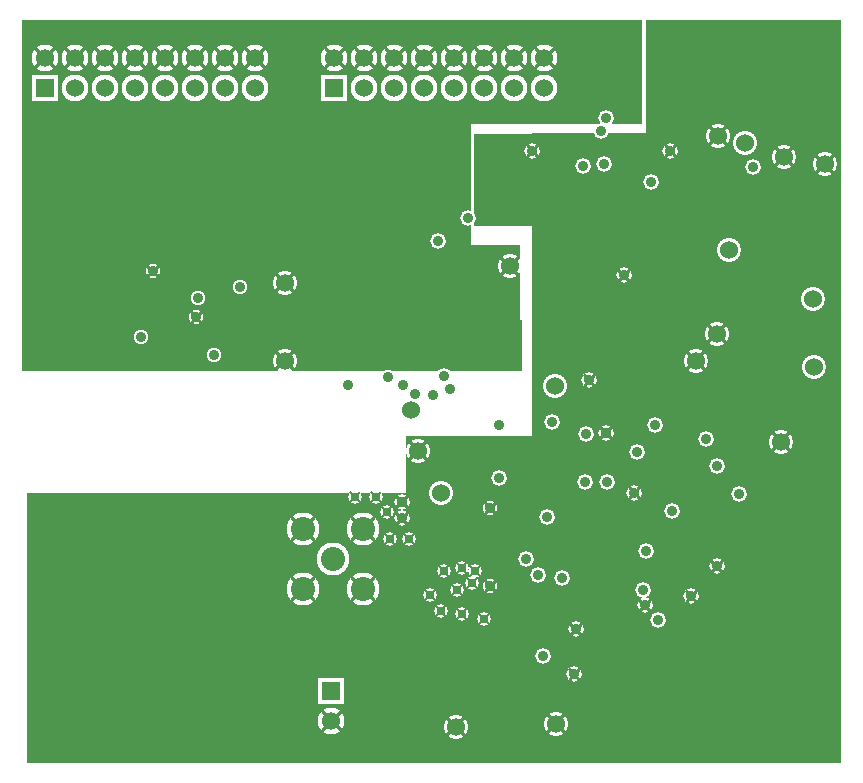
<source format=gbr>
G04 Title: RX Daughterboard, layergroup #3 *
G04 Creator: pcb-bin 1.99q *
G04 CreationDate: Thu Apr 28 23:14:28 2005 UTC *
G04 For: matt *
G04 Format: Gerber/RS-274X *
G04 PCB-Dimensions: 275000 250000 *
G04 PCB-Coordinate-Origin: lower left *
%MOIN*%
%FSLAX24Y24*%
G04 contains layers GND (1) *
%IPPOS*%
%ADD11C,0.0400*%
%ADD12C,0.0080*%
%ADD13C,0.0239*%
%ADD14C,0.0140*%
%ADD15C,0.0300*%
%ADD16C,0.0600*%
%ADD17C,0.0250*%
%ADD18C,0.0450*%
%ADD19C,0.0140*%
%ADD20C,0.0299*%
%ADD21C,0.0100*%
%ADD22C,0.0110*%
%ADD23C,0.0249*%
%ADD24R,0.0240X0.0240*%
%ADD25R,0.0440X0.0440*%
%ADD26R,0.0300X0.0300*%
%ADD27C,0.0060*%
%ADD28C,0.0080*%
%ADD29C,0.0800*%
%ADD30C,0.0860*%
%ADD31C,0.1100X0.0800*%
%ADD32C,0.1100*%
%ADD33C,0.0110*%
%AMTHERM1*7,0,0,0.1100,0.0800,0.0110,45*%
%ADD34THERM1*%
%ADD35R,0.0970X0.0970*%
%ADD36R,0.1170X0.1170*%
%ADD37R,0.1030X0.1030*%
%ADD38C,0.0200*%
%ADD39R,0.0560X0.0560*%
%ADD40R,0.0860X0.0860*%
%ADD41R,0.0620X0.0620*%
%ADD42R,0.1220X0.1220*%
%ADD43R,0.1520X0.1520*%
%ADD44R,0.1280X0.1280*%
%ADD45R,0.0340X0.0340*%
%ADD46R,0.0640X0.0640*%
%ADD47R,0.0400X0.0400*%
%ADD48R,0.0540X0.0540*%
%ADD49R,0.0480X0.0480*%
%ADD50R,0.0680X0.0680*%
%ADD51R,0.0200X0.0200*%
%ADD52R,0.0500X0.0500*%
%ADD53R,0.0600X0.0600*%
%ADD54R,0.0660X0.0660*%
%ADD55R,0.0900X0.0900X0.0600X0.0600*%
%ADD56R,0.0900X0.0900*%
%ADD57C,0.0600*%
%ADD58C,0.0660*%
%AMTHERM2*7,0,0,0.0900,0.0600,0.0100,45*%
%ADD59THERM2*%
%ADD60C,0.0900X0.0600*%
%ADD61C,0.0900*%
%ADD62R,0.0150X0.0150*%
%ADD63R,0.0450X0.0450*%
%ADD64R,0.0210X0.0210*%
%ADD65C,0.0410*%
%ADD66C,0.0170*%
%ADD67R,0.1610X0.1610*%
%ADD68R,0.1910X0.1910*%
%ADD69R,0.1670X0.1670*%
%ADD70C,0.0720*%
%ADD71C,0.0920X0.0720*%
%ADD72C,0.0920*%
%ADD73C,0.0240*%
%ADD74C,0.0340*%
%ADD75C,0.1320*%
%ADD76C,0.1520*%
%ADD77C,0.1520X0.1320*%
%ADD78C,0.0600*%
%ADD79C,0.0125*%
%AMTHERM3*7,0,0,0.0800,0.0600,0.0125,45*%
%ADD80THERM3*%
%ADD81C,0.0800*%
%ADD82C,0.0800X0.0600*%
%ADD83C,0.0350*%
%ADD84C,0.0100*%
%AMTHERM4*7,0,0,0.0510,0.0350,0.0100,45*%
%ADD85THERM4*%
%ADD86C,0.0510*%
%ADD87C,0.0510X0.0350*%
%ADD88C,0.0360*%
%ADD89C,0.0520*%
%ADD90C,0.0520X0.0360*%
%AMTHERM5*7,0,0,0.0799,0.0600,0.0125,45*%
%ADD91THERM5*%
%ADD92C,0.0799*%
%ADD93C,0.0799X0.0600*%
%ADD94C,0.0090*%
%AMTHERM6*7,0,0,0.0520,0.0360,0.0090,45*%
%ADD95THERM6*%
%ADD96C,0.0310*%
%ADD97C,0.0080*%
%AMTHERM7*7,0,0,0.0469,0.0310,0.0080,45*%
%ADD98THERM7*%
%ADD99C,0.0469*%
%ADD100C,0.0469X0.0310*%
%AMTHERM8*7,0,0,0.0510,0.0350,0.0100,45*%
%ADD101THERM8*%
%ADD102C,0.0510*%
%ADD103C,0.0510X0.0350*%
%LNGROUP_2*%
%LPD*%
G01X0Y0D02*
G54D21*G36*
X12950Y21600D02*X15000D01*
Y17300D01*
X12950D01*
Y21600D01*
G37*
G36*
X15100Y21050D02*X18000D01*
Y18000D01*
X15100D01*
Y21050D01*
G37*
G36*
X2550Y24850D02*X50D01*
Y13150D01*
X2550D01*
Y24850D01*
G37*
G36*
X2300Y14650D02*X13950D01*
Y21500D01*
X2300D01*
Y14650D01*
G37*
G36*
X200Y9100D02*X17150D01*
Y100D01*
X200D01*
Y9100D01*
G37*
G36*
X2300Y13150D02*X16700D01*
Y14850D01*
X2300D01*
Y13150D01*
G37*
G36*
X20700Y21400D02*X2350D01*
Y24850D01*
X20700D01*
Y21400D01*
G37*
G36*
X17050Y100D02*X27350D01*
Y21100D01*
X17050D01*
Y100D01*
G37*
G36*
X13850Y14550D02*X16650D01*
Y17350D01*
X13850D01*
Y14550D01*
G37*
G36*
X20850Y20950D02*X27350D01*
Y24850D01*
X20850D01*
Y20950D01*
G37*
G36*
X12850Y11000D02*X17050D01*
Y8950D01*
X12850D01*
Y11000D01*
G37*
%LNCUTS*%
%LPC*%
G54D89*X13900Y17500D03*
X14900Y18250D03*
X17050Y20500D03*
X14900Y18250D03*
G54D56*X800Y22600D03*
G54D61*Y23600D03*
X1800Y22600D03*
Y23600D03*
X2800Y22600D03*
Y23600D03*
G54D86*X4400Y16500D03*
G54D81*X8800Y16100D03*
G54D86*X5850Y14950D03*
X5900Y15600D03*
X7300Y15950D03*
G54D89*X13900Y17500D03*
G54D99*X13650Y5700D03*
X14550Y5850D03*
X14000Y5150D03*
X14700Y5050D03*
X15450Y4900D03*
G54D89*X17400Y3650D03*
G54D81*X14500Y1300D03*
G54D89*X12700Y8800D03*
Y8250D03*
G54D81*X14000Y9100D03*
G54D102*X15650Y6000D03*
Y8600D03*
G54D99*X15050Y6100D03*
X12300Y7550D03*
X11150Y8950D03*
X11850D03*
X12200Y8450D03*
G54D89*X16850Y6900D03*
X17250Y6350D03*
G54D99*X14100Y6500D03*
X14700Y6600D03*
X15150Y6500D03*
X12950Y7550D03*
G54D56*X10350Y2500D03*
G54D61*Y1500D03*
G54D32*X9400Y7900D03*
Y5900D03*
X10400Y6900D03*
X11400Y7900D03*
Y5900D03*
G54D86*X4000Y14300D03*
X5850Y14950D03*
X6450Y13700D03*
G54D81*X8800Y13500D03*
G54D86*X12250Y12950D03*
G54D89*X14100Y13000D03*
X19350Y21150D03*
X19500Y21600D03*
G54D61*X2800Y22600D03*
Y23600D03*
X3800Y22600D03*
Y23600D03*
X4800Y22600D03*
X5800D03*
X6800D03*
X7800D03*
X4800Y23600D03*
X5800D03*
X6800D03*
X7800D03*
G54D56*X10450Y22600D03*
G54D61*Y23600D03*
X11450Y22600D03*
Y23600D03*
X12450Y22600D03*
Y23600D03*
X13450Y22600D03*
Y23600D03*
X14450Y22600D03*
Y23600D03*
X15450Y22600D03*
Y23600D03*
X16450Y22600D03*
Y23600D03*
X17450Y22600D03*
Y23600D03*
G54D89*X20750Y5850D03*
G54D81*X17850Y1400D03*
G54D89*X18450Y3050D03*
X18500Y4550D03*
X17400Y3650D03*
X20800Y5350D03*
X22350Y5650D03*
X21250Y4850D03*
G54D92*X25450Y20300D03*
G54D81*X23250Y21000D03*
X24150Y20750D03*
G54D92*X26450Y13300D03*
X22500Y13500D03*
X25350Y10800D03*
G54D81*X23200Y14400D03*
G54D89*X22850Y10900D03*
X21650Y20500D03*
X19350Y21150D03*
X17050Y20500D03*
X18750Y20000D03*
X20100Y16350D03*
X18850Y11050D03*
X18950Y12850D03*
X21150Y11350D03*
G54D92*X26800Y20050D03*
G54D89*X24400Y19950D03*
X21000Y19450D03*
X19450Y20050D03*
G54D92*X23600Y17200D03*
X26400Y15550D03*
G54D99*X19900Y8100D03*
G54D89*X21700Y8500D03*
X23200Y10000D03*
X20550Y10450D03*
X23950Y9050D03*
X20450Y9100D03*
X23200Y6650D03*
X20850Y7150D03*
G54D99*X19400Y7350D03*
X19350Y7000D03*
X19650Y7150D03*
X19950Y7000D03*
X19900Y7350D03*
X19650Y7550D03*
X19900Y7750D03*
X19600Y7950D03*
G54D81*X17800Y12650D03*
G54D89*X19500Y11100D03*
X19550Y9450D03*
X18800D03*
G54D99*Y8100D03*
X19350Y8150D03*
G54D89*X18050Y6250D03*
G54D99*X18800Y7400D03*
Y7050D03*
X19100Y7200D03*
X18800Y7750D03*
X19100Y7550D03*
Y7950D03*
X19350Y7750D03*
G54D89*X17700Y11450D03*
X17550Y8300D03*
X16850Y6900D03*
X17250Y6350D03*
X13900Y17500D03*
G54D81*X16300Y16650D03*
X23250Y21000D03*
X24150Y20750D03*
G54D89*X12700Y8800D03*
X15950Y9600D03*
G54D81*X14000Y9100D03*
X13250Y10500D03*
%LNTRACKS*%
%LPD*%
G54D11*X18800Y8050D02*Y8350D01*
X18600Y7850D02*X18800Y8050D01*
X18600Y7100D02*Y7850D01*
X18550Y7050D02*X18600Y7100D01*
X19950Y7050D02*X18550D01*
X20100Y6900D02*X19950Y7050D01*
X20100Y8100D02*Y6900D01*
X19900Y8300D02*X20100Y8100D01*
X19400Y8300D02*X19900D01*
X19400Y7550D02*Y8300D01*
X19350Y7550D02*X19400D01*
X19050Y7250D02*X19350Y7550D01*
X19650Y7250D02*X19050D01*
X19650Y7750D02*Y7250D01*
X18850Y7750D02*X19650D01*
X18800Y7800D02*X18850Y7750D01*
X18800Y6900D02*Y7800D01*
X19900Y6900D02*X18800D01*
X19950Y6950D02*X19900Y6900D01*
X19950Y8050D02*Y6950D01*
X20000Y8100D02*X19950Y8050D01*
X18500Y8100D02*X20000D01*
G54D21*X19000Y4650D02*Y5000D01*
G54D29*X10400Y6900D03*
X11400Y7900D03*
G54D33*X11015Y8285D02*X11785Y7515D01*
X11015D02*X11785Y8285D01*
G54D29*X11400Y5900D03*
G54D33*X11015Y6285D02*X11785Y5515D01*
X11015D02*X11785Y6285D01*
G54D29*X9400Y7900D03*
G54D33*X9015Y8285D02*X9785Y7515D01*
X9015D02*X9785Y8285D01*
G54D29*X9400Y5900D03*
G54D33*X9015Y6285D02*X9785Y5515D01*
X9015D02*X9785Y6285D01*
G54D53*X10450Y22600D03*
G54D57*Y23600D03*
G54D21*X10135Y23915D02*X10765Y23285D01*
X10135D02*X10765Y23915D01*
G54D57*X11450Y22600D03*
Y23600D03*
G54D21*X11135Y23915D02*X11765Y23285D01*
X11135D02*X11765Y23915D01*
G54D57*X12450Y22600D03*
Y23600D03*
G54D21*X12135Y23915D02*X12765Y23285D01*
X12135D02*X12765Y23915D01*
G54D57*X13450Y22600D03*
Y23600D03*
G54D21*X13135Y23915D02*X13765Y23285D01*
X13135D02*X13765Y23915D01*
G54D57*X14450Y22600D03*
Y23600D03*
G54D21*X14135Y23915D02*X14765Y23285D01*
X14135D02*X14765Y23915D01*
G54D57*X15450Y22600D03*
Y23600D03*
G54D21*X15135Y23915D02*X15765Y23285D01*
X15135D02*X15765Y23915D01*
G54D57*X16450Y22600D03*
Y23600D03*
G54D21*X16135Y23915D02*X16765Y23285D01*
X16135D02*X16765Y23915D01*
G54D57*X17450Y22600D03*
Y23600D03*
G54D21*X17135Y23915D02*X17765Y23285D01*
X17135D02*X17765Y23915D01*
G54D53*X800Y22600D03*
G54D57*Y23600D03*
G54D21*X485Y23915D02*X1115Y23285D01*
X485D02*X1115Y23915D01*
G54D57*X1800Y22600D03*
Y23600D03*
G54D21*X1485Y23915D02*X2115Y23285D01*
X1485D02*X2115Y23915D01*
G54D57*X2800Y22600D03*
Y23600D03*
G54D21*X2485Y23915D02*X3115Y23285D01*
X2485D02*X3115Y23915D01*
G54D57*X3800Y22600D03*
Y23600D03*
G54D21*X3485Y23915D02*X4115Y23285D01*
X3485D02*X4115Y23915D01*
G54D57*X4800Y22600D03*
Y23600D03*
G54D21*X4485Y23915D02*X5115Y23285D01*
X4485D02*X5115Y23915D01*
G54D57*X5800Y22600D03*
Y23600D03*
G54D21*X5485Y23915D02*X6115Y23285D01*
X5485D02*X6115Y23915D01*
G54D57*X6800Y22600D03*
Y23600D03*
G54D21*X6485Y23915D02*X7115Y23285D01*
X6485D02*X7115Y23915D01*
G54D57*X7800Y22600D03*
Y23600D03*
G54D21*X7485Y23915D02*X8115Y23285D01*
X7485D02*X8115Y23915D01*
G54D53*X10350Y2500D03*
G54D57*Y1500D03*
G54D21*X10035Y1815D02*X10665Y1185D01*
X10035D02*X10665Y1815D01*
G54D78*X16300Y16650D03*
G54D79*X16020Y16929D02*X16579Y16370D01*
X16020D02*X16579Y16929D01*
G54D78*X8800Y13500D03*
G54D79*X8520Y13779D02*X9079Y13220D01*
X8520D02*X9079Y13779D01*
G54D78*X8800Y16100D03*
G54D79*X8520Y16379D02*X9079Y15820D01*
X8520D02*X9079Y16379D01*
G54D83*X5850Y14950D03*
G54D84*X5671Y15128D02*X6028Y14771D01*
X5671D02*X6028Y15128D01*
G54D83*X4400Y16500D03*
G54D84*X4221Y16678D02*X4578Y16321D01*
X4221D02*X4578Y16678D01*
G54D88*X17700Y11450D03*
G54D83*X5900Y15600D03*
X12750Y12700D03*
X7300Y15950D03*
X10900Y12700D03*
X6450Y13700D03*
X13150Y12400D03*
X4000Y14300D03*
G54D78*X13250Y10500D03*
G54D79*X12970Y10779D02*X13529Y10220D01*
X12970D02*X13529Y10779D01*
G54D78*X22500Y13500D03*
G54D79*X22220Y13779D02*X22779Y13220D01*
X22220D02*X22779Y13779D01*
G54D78*X25350Y10800D03*
G54D79*X25070Y11079D02*X25629Y10520D01*
X25070D02*X25629Y11079D01*
G54D78*X23200Y14400D03*
G54D79*X22920Y14679D02*X23479Y14120D01*
X22920D02*X23479Y14679D01*
G54D88*X16850Y6900D03*
X17250Y6350D03*
G54D78*X26800Y20050D03*
G54D79*X26520Y20329D02*X27079Y19770D01*
X26520D02*X27079Y20329D01*
G54D78*X25450Y20300D03*
G54D79*X25170Y20579D02*X25729Y20020D01*
X25170D02*X25729Y20579D01*
G54D78*X23250Y21000D03*
G54D79*X22970Y21279D02*X23529Y20720D01*
X22970D02*X23529Y21279D01*
G54D88*X20800Y5350D03*
G54D94*X20618Y5531D02*X20981Y5168D01*
X20618D02*X20981Y5531D01*
G54D88*X21650Y20500D03*
G54D94*X21468Y20681D02*X21831Y20318D01*
X21468D02*X21831Y20681D01*
G54D88*X24400Y19950D03*
X21000Y19450D03*
G54D78*X17800Y12650D03*
X14000Y9100D03*
X17850Y1400D03*
G54D79*X17570Y1679D02*X18129Y1120D01*
X17570D02*X18129Y1679D01*
G54D78*X14500Y1300D03*
G54D79*X14220Y1579D02*X14779Y1020D01*
X14220D02*X14779Y1579D01*
G54D88*X19350Y21150D03*
X17050Y20500D03*
G54D94*X16868Y20681D02*X17231Y20318D01*
X16868D02*X17231Y20681D01*
G54D88*X19500Y11100D03*
G54D94*X19318Y11281D02*X19681Y10918D01*
X19318D02*X19681Y11281D01*
G54D88*X12700Y8800D03*
G54D94*X12518Y8981D02*X12881Y8618D01*
X12518D02*X12881Y8981D01*
G54D88*X12700Y8250D03*
G54D94*X12518Y8431D02*X12881Y8068D01*
X12518D02*X12881Y8431D01*
G54D88*X19450Y20050D03*
X19500Y21600D03*
G54D78*X13000Y11850D03*
X23600Y17200D03*
G54D96*X19900Y8100D03*
G54D97*X19735Y8264D02*X20064Y7935D01*
X19735D02*X20064Y8264D01*
G54D83*X15650Y6000D03*
G54D84*X15471Y6178D02*X15828Y5821D01*
X15471D02*X15828Y6178D01*
G54D83*X15650Y8600D03*
G54D84*X15471Y8778D02*X15828Y8421D01*
X15471D02*X15828Y8778D01*
G54D88*X22350Y5650D03*
G54D94*X22168Y5831D02*X22531Y5468D01*
X22168D02*X22531Y5831D01*
G54D88*X23200Y6650D03*
G54D94*X23018Y6831D02*X23381Y6468D01*
X23018D02*X23381Y6831D01*
G54D88*X18450Y3050D03*
G54D94*X18268Y3231D02*X18631Y2868D01*
X18268D02*X18631Y3231D01*
G54D88*X18500Y4550D03*
G54D94*X18318Y4731D02*X18681Y4368D01*
X18318D02*X18681Y4731D01*
G54D88*X17550Y8300D03*
X21700Y8500D03*
X18750Y20000D03*
X21250Y4850D03*
X17400Y3650D03*
X18050Y6250D03*
G54D78*X24150Y20750D03*
X26400Y15550D03*
G54D88*X19550Y9450D03*
X18800D03*
G54D78*X26450Y13300D03*
G54D88*X13900Y17500D03*
X14900Y18250D03*
X20850Y7150D03*
G54D83*X12250Y12950D03*
G54D88*X14100Y13000D03*
X13750Y12350D03*
X14300Y12550D03*
X18850Y11050D03*
X21150Y11350D03*
X23200Y10000D03*
X22850Y10900D03*
X20550Y10450D03*
X23950Y9050D03*
X15950Y11350D03*
Y9600D03*
X20100Y16350D03*
G54D94*X19918Y16531D02*X20281Y16168D01*
X19918D02*X20281Y16531D01*
G54D88*X18950Y12850D03*
G54D94*X18768Y13031D02*X19131Y12668D01*
X18768D02*X19131Y13031D01*
G54D88*X20750Y5850D03*
X20450Y9100D03*
G54D94*X20268Y9281D02*X20631Y8918D01*
X20268D02*X20631Y9281D01*
G54D96*X18800Y8100D03*
G54D97*X18635Y8264D02*X18964Y7935D01*
X18635D02*X18964Y8264D01*
G54D96*X18800Y7750D03*
G54D97*X18635Y7914D02*X18964Y7585D01*
X18635D02*X18964Y7914D01*
G54D96*X18800Y7400D03*
G54D97*X18635Y7564D02*X18964Y7235D01*
X18635D02*X18964Y7564D01*
G54D96*X18800Y7050D03*
G54D97*X18635Y7214D02*X18964Y6885D01*
X18635D02*X18964Y7214D01*
G54D96*X19100Y7200D03*
G54D97*X18935Y7364D02*X19264Y7035D01*
X18935D02*X19264Y7364D01*
G54D96*X19100Y7550D03*
G54D97*X18935Y7714D02*X19264Y7385D01*
X18935D02*X19264Y7714D01*
G54D96*X19100Y7950D03*
G54D97*X18935Y8114D02*X19264Y7785D01*
X18935D02*X19264Y8114D01*
G54D96*X19350Y8150D03*
G54D97*X19185Y8314D02*X19514Y7985D01*
X19185D02*X19514Y8314D01*
G54D96*X19350Y7750D03*
G54D97*X19185Y7914D02*X19514Y7585D01*
X19185D02*X19514Y7914D01*
G54D96*X19400Y7350D03*
G54D97*X19235Y7514D02*X19564Y7185D01*
X19235D02*X19564Y7514D01*
G54D96*X19350Y7000D03*
G54D97*X19185Y7164D02*X19514Y6835D01*
X19185D02*X19514Y7164D01*
G54D96*X19650Y7150D03*
G54D97*X19485Y7314D02*X19814Y6985D01*
X19485D02*X19814Y7314D01*
G54D96*X19950Y7000D03*
G54D97*X19785Y7164D02*X20114Y6835D01*
X19785D02*X20114Y7164D01*
G54D96*X19900Y7350D03*
G54D97*X19735Y7514D02*X20064Y7185D01*
X19735D02*X20064Y7514D01*
G54D96*X19650Y7550D03*
G54D97*X19485Y7714D02*X19814Y7385D01*
X19485D02*X19814Y7714D01*
G54D96*X19900Y7750D03*
G54D97*X19735Y7914D02*X20064Y7585D01*
X19735D02*X20064Y7914D01*
G54D96*X19600Y7950D03*
G54D97*X19435Y8114D02*X19764Y7785D01*
X19435D02*X19764Y8114D01*
G54D96*X15050Y6100D03*
G54D97*X14885Y6264D02*X15214Y5935D01*
X14885D02*X15214Y6264D01*
G54D96*X12300Y7550D03*
G54D97*X12135Y7714D02*X12464Y7385D01*
X12135D02*X12464Y7714D01*
G54D96*X11150Y8950D03*
G54D97*X10985Y9114D02*X11314Y8785D01*
X10985D02*X11314Y9114D01*
G54D96*X11850Y8950D03*
G54D97*X11685Y9114D02*X12014Y8785D01*
X11685D02*X12014Y9114D01*
G54D96*X12200Y8450D03*
G54D97*X12035Y8614D02*X12364Y8285D01*
X12035D02*X12364Y8614D01*
G54D96*X14100Y6500D03*
G54D97*X13935Y6664D02*X14264Y6335D01*
X13935D02*X14264Y6664D01*
G54D96*X14700Y6600D03*
G54D97*X14535Y6764D02*X14864Y6435D01*
X14535D02*X14864Y6764D01*
G54D96*X15150Y6500D03*
G54D97*X14985Y6664D02*X15314Y6335D01*
X14985D02*X15314Y6664D01*
G54D96*X13650Y5700D03*
G54D97*X13485Y5864D02*X13814Y5535D01*
X13485D02*X13814Y5864D01*
G54D96*X14550Y5850D03*
G54D97*X14385Y6014D02*X14714Y5685D01*
X14385D02*X14714Y6014D01*
G54D96*X14000Y5150D03*
G54D97*X13835Y5314D02*X14164Y4985D01*
X13835D02*X14164Y5314D01*
G54D96*X14700Y5050D03*
G54D97*X14535Y5214D02*X14864Y4885D01*
X14535D02*X14864Y5214D01*
G54D96*X15450Y4900D03*
G54D97*X15285Y5064D02*X15614Y4735D01*
X15285D02*X15614Y5064D01*
G54D96*X12950Y7550D03*
G54D97*X12785Y7714D02*X13114Y7385D01*
X12785D02*X13114Y7714D01*
M02*

</source>
